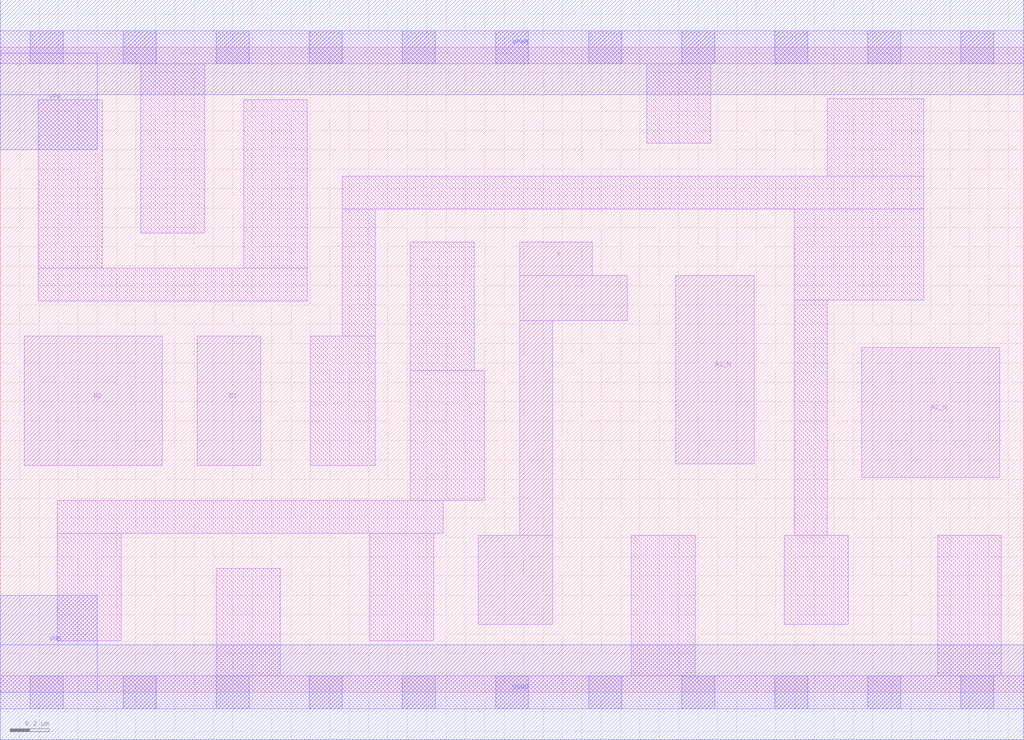
<source format=lef>
# Copyright 2020 The SkyWater PDK Authors
#
# Licensed under the Apache License, Version 2.0 (the "License");
# you may not use this file except in compliance with the License.
# You may obtain a copy of the License at
#
#     https://www.apache.org/licenses/LICENSE-2.0
#
# Unless required by applicable law or agreed to in writing, software
# distributed under the License is distributed on an "AS IS" BASIS,
# WITHOUT WARRANTIES OR CONDITIONS OF ANY KIND, either express or implied.
# See the License for the specific language governing permissions and
# limitations under the License.
#
# SPDX-License-Identifier: Apache-2.0

VERSION 5.5 ;
NAMESCASESENSITIVE ON ;
BUSBITCHARS "[]" ;
DIVIDERCHAR "/" ;
MACRO sky130_fd_sc_lp__a2bb2o_lp
  CLASS CORE ;
  SOURCE USER ;
  ORIGIN  0.000000  0.000000 ;
  SIZE  5.280000 BY  3.330000 ;
  SYMMETRY X Y R90 ;
  SITE unit ;
  PIN A1_N
    ANTENNAGATEAREA  0.376000 ;
    DIRECTION INPUT ;
    USE SIGNAL ;
    PORT
      LAYER li1 ;
        RECT 3.485000 1.180000 3.890000 2.150000 ;
    END
  END A1_N
  PIN A2_N
    ANTENNAGATEAREA  0.376000 ;
    DIRECTION INPUT ;
    USE SIGNAL ;
    PORT
      LAYER li1 ;
        RECT 4.445000 1.110000 5.155000 1.780000 ;
    END
  END A2_N
  PIN B1
    ANTENNAGATEAREA  0.313000 ;
    DIRECTION INPUT ;
    USE SIGNAL ;
    PORT
      LAYER li1 ;
        RECT 1.015000 1.170000 1.345000 1.840000 ;
    END
  END B1
  PIN B2
    ANTENNAGATEAREA  0.313000 ;
    DIRECTION INPUT ;
    USE SIGNAL ;
    PORT
      LAYER li1 ;
        RECT 0.125000 1.170000 0.835000 1.840000 ;
    END
  END B2
  PIN X
    ANTENNADIFFAREA  0.404700 ;
    DIRECTION OUTPUT ;
    USE SIGNAL ;
    PORT
      LAYER li1 ;
        RECT 2.465000 0.350000 2.850000 0.810000 ;
        RECT 2.680000 0.810000 2.850000 1.920000 ;
        RECT 2.680000 1.920000 3.235000 2.150000 ;
        RECT 2.680000 2.150000 3.055000 2.325000 ;
    END
  END X
  PIN VGND
    DIRECTION INOUT ;
    USE GROUND ;
    PORT
      LAYER met1 ;
        RECT 0.000000 -0.245000 5.280000 0.245000 ;
    END
  END VGND
  PIN VNB
    DIRECTION INOUT ;
    USE GROUND ;
    PORT
      LAYER met1 ;
        RECT 0.000000 0.000000 0.500000 0.500000 ;
    END
  END VNB
  PIN VPB
    DIRECTION INOUT ;
    USE POWER ;
    PORT
      LAYER met1 ;
        RECT 0.000000 2.800000 0.500000 3.300000 ;
    END
  END VPB
  PIN VPWR
    DIRECTION INOUT ;
    USE POWER ;
    PORT
      LAYER met1 ;
        RECT 0.000000 3.085000 5.280000 3.575000 ;
    END
  END VPWR
  OBS
    LAYER li1 ;
      RECT 0.000000 -0.085000 5.280000 0.085000 ;
      RECT 0.000000  3.245000 5.280000 3.415000 ;
      RECT 0.195000  2.020000 1.585000 2.190000 ;
      RECT 0.195000  2.190000 0.525000 3.060000 ;
      RECT 0.295000  0.265000 0.625000 0.820000 ;
      RECT 0.295000  0.820000 2.285000 0.990000 ;
      RECT 0.725000  2.370000 1.055000 3.245000 ;
      RECT 1.115000  0.085000 1.445000 0.640000 ;
      RECT 1.255000  2.190000 1.585000 3.060000 ;
      RECT 1.600000  1.170000 1.935000 1.840000 ;
      RECT 1.765000  1.840000 1.935000 2.495000 ;
      RECT 1.765000  2.495000 4.765000 2.665000 ;
      RECT 1.905000  0.265000 2.235000 0.820000 ;
      RECT 2.115000  0.990000 2.500000 1.660000 ;
      RECT 2.115000  1.660000 2.445000 2.325000 ;
      RECT 3.255000  0.085000 3.585000 0.810000 ;
      RECT 3.335000  2.835000 3.665000 3.245000 ;
      RECT 4.045000  0.350000 4.375000 0.810000 ;
      RECT 4.095000  0.810000 4.265000 2.025000 ;
      RECT 4.095000  2.025000 4.765000 2.495000 ;
      RECT 4.265000  2.665000 4.765000 3.065000 ;
      RECT 4.835000  0.085000 5.165000 0.810000 ;
    LAYER mcon ;
      RECT 0.155000 -0.085000 0.325000 0.085000 ;
      RECT 0.155000  3.245000 0.325000 3.415000 ;
      RECT 0.635000 -0.085000 0.805000 0.085000 ;
      RECT 0.635000  3.245000 0.805000 3.415000 ;
      RECT 1.115000 -0.085000 1.285000 0.085000 ;
      RECT 1.115000  3.245000 1.285000 3.415000 ;
      RECT 1.595000 -0.085000 1.765000 0.085000 ;
      RECT 1.595000  3.245000 1.765000 3.415000 ;
      RECT 2.075000 -0.085000 2.245000 0.085000 ;
      RECT 2.075000  3.245000 2.245000 3.415000 ;
      RECT 2.555000 -0.085000 2.725000 0.085000 ;
      RECT 2.555000  3.245000 2.725000 3.415000 ;
      RECT 3.035000 -0.085000 3.205000 0.085000 ;
      RECT 3.035000  3.245000 3.205000 3.415000 ;
      RECT 3.515000 -0.085000 3.685000 0.085000 ;
      RECT 3.515000  3.245000 3.685000 3.415000 ;
      RECT 3.995000 -0.085000 4.165000 0.085000 ;
      RECT 3.995000  3.245000 4.165000 3.415000 ;
      RECT 4.475000 -0.085000 4.645000 0.085000 ;
      RECT 4.475000  3.245000 4.645000 3.415000 ;
      RECT 4.955000 -0.085000 5.125000 0.085000 ;
      RECT 4.955000  3.245000 5.125000 3.415000 ;
  END
END sky130_fd_sc_lp__a2bb2o_lp
END LIBRARY

</source>
